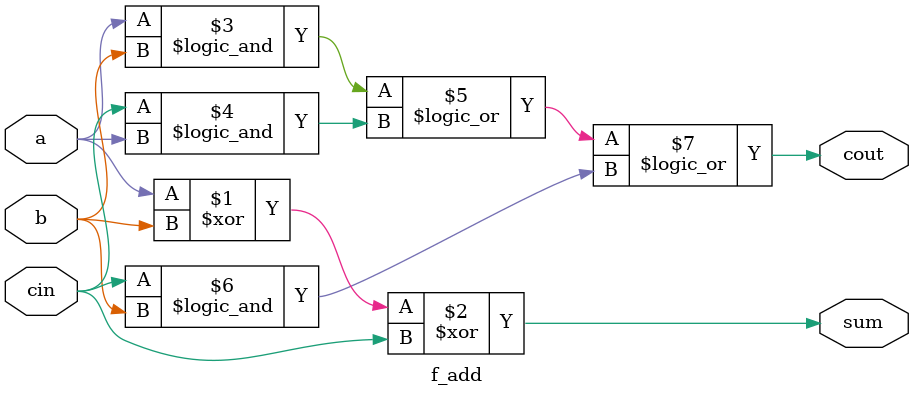
<source format=v>
module top_module( 
    input [99:0] a, b,
    input cin,
    output [99:0] cout, sum );
    
    f_add inst0 (a[0], b[0], cin, sum[0], cout[0]);
    genvar i;
    generate
        for (i=1; i<$bits(a)-1; i++) begin : generate_fadd_block
            f_add instance_x (a[i], b[i], cout[i-1], sum[i], cout[i]);
        end 
    endgenerate
    f_add inst99 (a[$bits(a)-1], b[$bits(a)-1], cout[$bits(a)-2], sum[$bits(a)-1], cout[$bits(a)-1]);

endmodule

module f_add (input a, b, cin, output sum, cout);
    assign sum = a ^ b ^ cin;
    assign cout = (a && b) || (cin && a) || (cin && b);
endmodule

</source>
